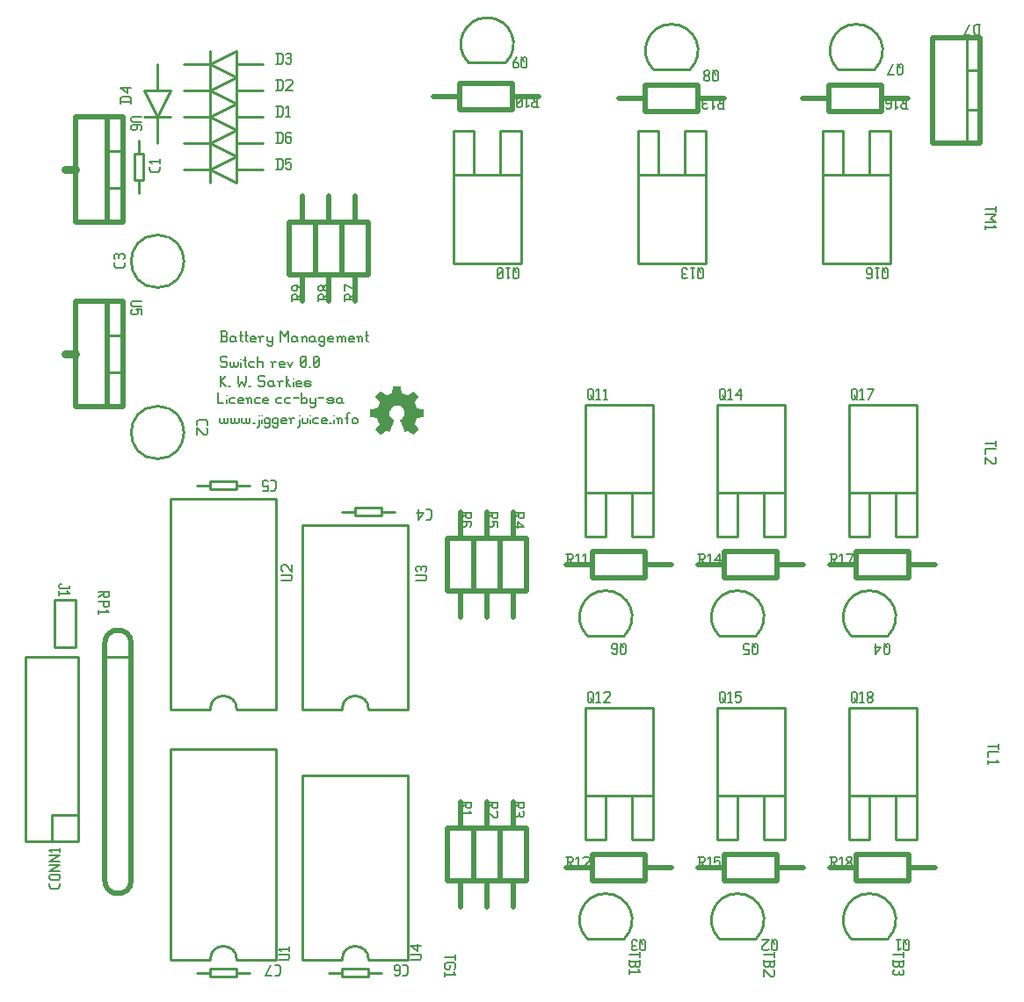
<source format=gto>
G04 start of page 8 for group -4079 idx -4079 *
G04 Title: (unknown), topsilk *
G04 Creator: pcb 20110918 *
G04 CreationDate: Wed 30 Apr 2014 02:45:54 GMT UTC *
G04 For: ksarkies *
G04 Format: Gerber/RS-274X *
G04 PCB-Dimensions: 390000 390000 *
G04 PCB-Coordinate-Origin: lower left *
%MOIN*%
%FSLAX25Y25*%
%LNTOPSILK*%
%ADD113C,0.0300*%
%ADD112C,0.0100*%
%ADD111C,0.0200*%
%ADD110C,0.0060*%
%ADD109C,0.0001*%
G54D109*G36*
X139547Y247604D02*X142124D01*
X142207Y247572D01*
X142254Y247496D01*
X142303Y247257D01*
X142347Y247035D01*
X142738Y244903D01*
X142785Y244815D01*
X142868Y244757D01*
X142971Y244713D01*
X143761Y244442D01*
X144511Y244084D01*
X144517D01*
X144604Y244046D01*
X144701Y244032D01*
X144799Y244063D01*
X146572Y245282D01*
X146763Y245407D01*
X146964Y245543D01*
X147050Y245568D01*
X147132Y245532D01*
X147463Y245202D01*
X147967Y244702D01*
X148125Y244539D01*
X148624Y244041D01*
X148786Y243884D01*
X148954Y243710D01*
X148993Y243625D01*
X148971Y243536D01*
X148835Y243335D01*
X148706Y243145D01*
X147517Y241409D01*
X147485Y241317D01*
X147500Y241220D01*
X147545Y241121D01*
X148228Y239515D01*
X148265Y239424D01*
X148328Y239346D01*
X148418Y239299D01*
X150457Y238918D01*
X150681Y238875D01*
X150924Y238832D01*
X150999Y238785D01*
X151028Y238702D01*
Y236125D01*
X150999Y236036D01*
X150924Y235989D01*
X150681Y235946D01*
X150457Y235903D01*
X148478Y235534D01*
X148390Y235486D01*
X148336Y235403D01*
X148308Y235343D01*
Y235332D01*
X147593Y233559D01*
X147588Y233547D01*
X147571Y233504D01*
X147554Y233403D01*
X147582Y233309D01*
X148711Y231677D01*
X148835Y231486D01*
X148976Y231285D01*
X148995Y231199D01*
X148954Y231117D01*
X148786Y230938D01*
X148624Y230781D01*
X147306Y229463D01*
X147132Y229295D01*
X147050Y229254D01*
X146964Y229272D01*
X146763Y229414D01*
X146572Y229538D01*
X144978Y230635D01*
X144879Y230664D01*
X144782Y230645D01*
X144451Y230461D01*
X144257Y230352D01*
X143910Y230174D01*
X143825Y230168D01*
X143763Y230228D01*
X143617Y230585D01*
X143529Y230792D01*
X142146Y234150D01*
X142058Y234356D01*
X141961Y234589D01*
X141957Y234684D01*
X142010Y234757D01*
X142233Y234888D01*
X142374Y234996D01*
X142910Y235442D01*
X143325Y236006D01*
X143592Y236665D01*
X143686Y237395D01*
X143628Y237970D01*
X143463Y238504D01*
X143200Y238989D01*
X142851Y239411D01*
X142431Y239760D01*
X141947Y240024D01*
X141413Y240189D01*
X140839Y240247D01*
X140264Y240189D01*
X139729Y240024D01*
X139246Y239760D01*
X138824Y239411D01*
X138476Y238989D01*
X138214Y238504D01*
X138049Y237970D01*
X137990Y237395D01*
X138083Y236665D01*
X138350Y236006D01*
X138764Y235442D01*
X139303Y234996D01*
X139439Y234888D01*
X139661Y234757D01*
X139715Y234684D01*
X139710Y234589D01*
X139613Y234356D01*
X139525Y234150D01*
X138142Y230792D01*
X138056Y230585D01*
X137908Y230228D01*
X137847Y230168D01*
X137763Y230174D01*
X137421Y230352D01*
X137220Y230461D01*
X136889Y230645D01*
X136790Y230664D01*
X136693Y230635D01*
X135099Y229538D01*
X134914Y229414D01*
X134708Y229272D01*
X134621Y229254D01*
X134539Y229295D01*
X134365Y229463D01*
X134208Y229625D01*
X133710Y230124D01*
X133547Y230282D01*
X133047Y230781D01*
X132885Y230938D01*
X132717Y231117D01*
X132678Y231199D01*
X132700Y231285D01*
X132836Y231486D01*
X132967Y231677D01*
X134089Y233309D01*
X134117Y233403D01*
X134100Y233504D01*
X134078Y233564D01*
X133368Y235338D01*
X133335Y235403D01*
X133281Y235486D01*
X133195Y235534D01*
X131214Y235903D01*
X130992Y235946D01*
X130753Y235989D01*
X130674Y236039D01*
X130645Y236125D01*
Y238702D01*
X130674Y238785D01*
X130753Y238832D01*
X130992Y238881D01*
X131214Y238918D01*
X133254Y239299D01*
X133343Y239346D01*
X133406Y239429D01*
X133443Y239515D01*
X134132Y241121D01*
X134171Y241220D01*
X134188Y241317D01*
X134160Y241409D01*
X132967Y243150D01*
X132836Y243335D01*
X132700Y243536D01*
X132678Y243625D01*
X132717Y243710D01*
X132885Y243884D01*
X133047Y244041D01*
X134539Y245532D01*
X134621Y245568D01*
X134708Y245549D01*
X134914Y245413D01*
X135099Y245282D01*
X136872Y244063D01*
X136970Y244034D01*
X137068Y244052D01*
X137154Y244084D01*
X137165Y244089D01*
X137911Y244443D01*
X138701Y244718D01*
X138804Y244757D01*
X138888Y244815D01*
X138933Y244903D01*
X139331Y247035D01*
X139368Y247257D01*
X139417Y247496D01*
X139464Y247572D01*
X139547Y247604D01*
G37*
G54D110*X73810Y264370D02*X75810D01*
X76310Y264870D01*
Y266070D02*Y264870D01*
X75810Y266570D02*X76310Y266070D01*
X74310Y266570D02*X75810D01*
X74310Y268370D02*Y264370D01*
X73810Y268370D02*X75810D01*
X76310Y267870D01*
Y267070D01*
X75810Y266570D02*X76310Y267070D01*
X79010Y266370D02*X79510Y265870D01*
X78010Y266370D02*X79010D01*
X77510Y265870D02*X78010Y266370D01*
X77510Y265870D02*Y264870D01*
X78010Y264370D01*
X79510Y266370D02*Y264870D01*
X80010Y264370D01*
X78010D02*X79010D01*
X79510Y264870D01*
X81710Y268370D02*Y264870D01*
X82210Y264370D01*
X81210Y266870D02*X82210D01*
X83710Y268370D02*Y264870D01*
X84210Y264370D01*
X83210Y266870D02*X84210D01*
X85710Y264370D02*X87210D01*
X85210Y264870D02*X85710Y264370D01*
X85210Y265870D02*Y264870D01*
Y265870D02*X85710Y266370D01*
X86710D01*
X87210Y265870D01*
X85210Y265370D02*X87210D01*
Y265870D02*Y265370D01*
X88910Y265870D02*Y264370D01*
Y265870D02*X89410Y266370D01*
X90410D01*
X88410D02*X88910Y265870D01*
X91610Y266370D02*Y264870D01*
X92110Y264370D01*
X93610Y266370D02*Y263370D01*
X93110Y262870D02*X93610Y263370D01*
X92110Y262870D02*X93110D01*
X91610Y263370D02*X92110Y262870D01*
Y264370D02*X93110D01*
X93610Y264870D01*
X96610Y268370D02*Y264370D01*
Y268370D02*X98110Y266370D01*
X99610Y268370D01*
Y264370D01*
X102310Y266370D02*X102810Y265870D01*
X101310Y266370D02*X102310D01*
X100810Y265870D02*X101310Y266370D01*
X100810Y265870D02*Y264870D01*
X101310Y264370D01*
X102810Y266370D02*Y264870D01*
X103310Y264370D01*
X101310D02*X102310D01*
X102810Y264870D01*
X105010Y265870D02*Y264370D01*
Y265870D02*X105510Y266370D01*
X106010D01*
X106510Y265870D01*
Y264370D01*
X104510Y266370D02*X105010Y265870D01*
X109210Y266370D02*X109710Y265870D01*
X108210Y266370D02*X109210D01*
X107710Y265870D02*X108210Y266370D01*
X107710Y265870D02*Y264870D01*
X108210Y264370D01*
X109710Y266370D02*Y264870D01*
X110210Y264370D01*
X108210D02*X109210D01*
X109710Y264870D01*
X112910Y266370D02*X113410Y265870D01*
X111910Y266370D02*X112910D01*
X111410Y265870D02*X111910Y266370D01*
X111410Y265870D02*Y264870D01*
X111910Y264370D01*
X112910D01*
X113410Y264870D01*
X111410Y263370D02*X111910Y262870D01*
X112910D01*
X113410Y263370D01*
Y266370D02*Y263370D01*
X115110Y264370D02*X116610D01*
X114610Y264870D02*X115110Y264370D01*
X114610Y265870D02*Y264870D01*
Y265870D02*X115110Y266370D01*
X116110D01*
X116610Y265870D01*
X114610Y265370D02*X116610D01*
Y265870D02*Y265370D01*
X118310Y265870D02*Y264370D01*
Y265870D02*X118810Y266370D01*
X119310D01*
X119810Y265870D01*
Y264370D01*
Y265870D02*X120310Y266370D01*
X120810D01*
X121310Y265870D01*
Y264370D01*
X117810Y266370D02*X118310Y265870D01*
X123010Y264370D02*X124510D01*
X122510Y264870D02*X123010Y264370D01*
X122510Y265870D02*Y264870D01*
Y265870D02*X123010Y266370D01*
X124010D01*
X124510Y265870D01*
X122510Y265370D02*X124510D01*
Y265870D02*Y265370D01*
X126210Y265870D02*Y264370D01*
Y265870D02*X126710Y266370D01*
X127210D01*
X127710Y265870D01*
Y264370D01*
X125710Y266370D02*X126210Y265870D01*
X129410Y268370D02*Y264870D01*
X129910Y264370D01*
X128910Y266870D02*X129910D01*
X75820Y258970D02*X76320Y258470D01*
X74320Y258970D02*X75820D01*
X73820Y258470D02*X74320Y258970D01*
X73820Y258470D02*Y257470D01*
X74320Y256970D01*
X75820D01*
X76320Y256470D01*
Y255470D01*
X75820Y254970D02*X76320Y255470D01*
X74320Y254970D02*X75820D01*
X73820Y255470D02*X74320Y254970D01*
X77520Y256970D02*Y255470D01*
X78020Y254970D01*
X78520D01*
X79020Y255470D01*
Y256970D02*Y255470D01*
X79520Y254970D01*
X80020D01*
X80520Y255470D01*
Y256970D02*Y255470D01*
X81720Y257970D02*Y257870D01*
Y256470D02*Y254970D01*
X83220Y258970D02*Y255470D01*
X83720Y254970D01*
X82720Y257470D02*X83720D01*
X85220Y256970D02*X86720D01*
X84720Y256470D02*X85220Y256970D01*
X84720Y256470D02*Y255470D01*
X85220Y254970D01*
X86720D01*
X87920Y258970D02*Y254970D01*
Y256470D02*X88420Y256970D01*
X89420D01*
X89920Y256470D01*
Y254970D01*
X93420Y256470D02*Y254970D01*
Y256470D02*X93920Y256970D01*
X94920D01*
X92920D02*X93420Y256470D01*
X96620Y254970D02*X98120D01*
X96120Y255470D02*X96620Y254970D01*
X96120Y256470D02*Y255470D01*
Y256470D02*X96620Y256970D01*
X97620D01*
X98120Y256470D01*
X96120Y255970D02*X98120D01*
Y256470D02*Y255970D01*
X99320Y256970D02*X100320Y254970D01*
X101320Y256970D02*X100320Y254970D01*
X104320Y255470D02*X104820Y254970D01*
X104320Y258470D02*Y255470D01*
Y258470D02*X104820Y258970D01*
X105820D01*
X106320Y258470D01*
Y255470D01*
X105820Y254970D02*X106320Y255470D01*
X104820Y254970D02*X105820D01*
X104320Y255970D02*X106320Y257970D01*
X107520Y254970D02*X108020D01*
X109220Y255470D02*X109720Y254970D01*
X109220Y258470D02*Y255470D01*
Y258470D02*X109720Y258970D01*
X110720D01*
X111220Y258470D01*
Y255470D01*
X110720Y254970D02*X111220Y255470D01*
X109720Y254970D02*X110720D01*
X109220Y255970D02*X111220Y257970D01*
X73820Y251600D02*Y247600D01*
Y249600D02*X75820Y251600D01*
X73820Y249600D02*X75820Y247600D01*
X77020D02*X77520D01*
X80520Y251600D02*Y249600D01*
X81020Y247600D01*
X82020Y249600D01*
X83020Y247600D01*
X83520Y249600D01*
Y251600D02*Y249600D01*
X84720Y247600D02*X85220D01*
X90220Y251600D02*X90720Y251100D01*
X88720Y251600D02*X90220D01*
X88220Y251100D02*X88720Y251600D01*
X88220Y251100D02*Y250100D01*
X88720Y249600D01*
X90220D01*
X90720Y249100D01*
Y248100D01*
X90220Y247600D02*X90720Y248100D01*
X88720Y247600D02*X90220D01*
X88220Y248100D02*X88720Y247600D01*
X93420Y249600D02*X93920Y249100D01*
X92420Y249600D02*X93420D01*
X91920Y249100D02*X92420Y249600D01*
X91920Y249100D02*Y248100D01*
X92420Y247600D01*
X93920Y249600D02*Y248100D01*
X94420Y247600D01*
X92420D02*X93420D01*
X93920Y248100D01*
X96120Y249100D02*Y247600D01*
Y249100D02*X96620Y249600D01*
X97620D01*
X95620D02*X96120Y249100D01*
X98820Y251600D02*Y247600D01*
Y249100D02*X100320Y247600D01*
X98820Y249100D02*X99820Y250100D01*
X101520Y250600D02*Y250500D01*
Y249100D02*Y247600D01*
X103020D02*X104520D01*
X102520Y248100D02*X103020Y247600D01*
X102520Y249100D02*Y248100D01*
Y249100D02*X103020Y249600D01*
X104020D01*
X104520Y249100D01*
X102520Y248600D02*X104520D01*
Y249100D02*Y248600D01*
X106220Y247600D02*X107720D01*
X108220Y248100D01*
X107720Y248600D02*X108220Y248100D01*
X106220Y248600D02*X107720D01*
X105720Y249100D02*X106220Y248600D01*
X105720Y249100D02*X106220Y249600D01*
X107720D01*
X108220Y249100D01*
X105720Y248100D02*X106220Y247600D01*
X73080Y245140D02*Y241140D01*
X75080D01*
X76280Y244140D02*Y244040D01*
Y242640D02*Y241140D01*
X77780Y243140D02*X79280D01*
X77280Y242640D02*X77780Y243140D01*
X77280Y242640D02*Y241640D01*
X77780Y241140D01*
X79280D01*
X80980D02*X82480D01*
X80480Y241640D02*X80980Y241140D01*
X80480Y242640D02*Y241640D01*
Y242640D02*X80980Y243140D01*
X81980D01*
X82480Y242640D01*
X80480Y242140D02*X82480D01*
Y242640D02*Y242140D01*
X84180Y242640D02*Y241140D01*
Y242640D02*X84680Y243140D01*
X85180D01*
X85680Y242640D01*
Y241140D01*
X83680Y243140D02*X84180Y242640D01*
X87380Y243140D02*X88880D01*
X86880Y242640D02*X87380Y243140D01*
X86880Y242640D02*Y241640D01*
X87380Y241140D01*
X88880D01*
X90580D02*X92080D01*
X90080Y241640D02*X90580Y241140D01*
X90080Y242640D02*Y241640D01*
Y242640D02*X90580Y243140D01*
X91580D01*
X92080Y242640D01*
X90080Y242140D02*X92080D01*
Y242640D02*Y242140D01*
X95580Y243140D02*X97080D01*
X95080Y242640D02*X95580Y243140D01*
X95080Y242640D02*Y241640D01*
X95580Y241140D01*
X97080D01*
X98780Y243140D02*X100280D01*
X98280Y242640D02*X98780Y243140D01*
X98280Y242640D02*Y241640D01*
X98780Y241140D01*
X100280D01*
X101480Y243140D02*X103480D01*
X104680Y245140D02*Y241140D01*
Y241640D02*X105180Y241140D01*
X106180D01*
X106680Y241640D01*
Y242640D02*Y241640D01*
X106180Y243140D02*X106680Y242640D01*
X105180Y243140D02*X106180D01*
X104680Y242640D02*X105180Y243140D01*
X107880D02*Y241640D01*
X108380Y241140D01*
X109880Y243140D02*Y240140D01*
X109380Y239640D02*X109880Y240140D01*
X108380Y239640D02*X109380D01*
X107880Y240140D02*X108380Y239640D01*
Y241140D02*X109380D01*
X109880Y241640D01*
X111080Y243140D02*X113080D01*
X114780Y241140D02*X116280D01*
X116780Y241640D01*
X116280Y242140D02*X116780Y241640D01*
X114780Y242140D02*X116280D01*
X114280Y242640D02*X114780Y242140D01*
X114280Y242640D02*X114780Y243140D01*
X116280D01*
X116780Y242640D01*
X114280Y241640D02*X114780Y241140D01*
X119480Y243140D02*X119980Y242640D01*
X118480Y243140D02*X119480D01*
X117980Y242640D02*X118480Y243140D01*
X117980Y242640D02*Y241640D01*
X118480Y241140D01*
X119980Y243140D02*Y241640D01*
X120480Y241140D01*
X118480D02*X119480D01*
X119980Y241640D01*
X73670Y235490D02*Y233990D01*
X74170Y233490D01*
X74670D01*
X75170Y233990D01*
Y235490D02*Y233990D01*
X75670Y233490D01*
X76170D01*
X76670Y233990D01*
Y235490D02*Y233990D01*
X77870Y235490D02*Y233990D01*
X78370Y233490D01*
X78870D01*
X79370Y233990D01*
Y235490D02*Y233990D01*
X79870Y233490D01*
X80370D01*
X80870Y233990D01*
Y235490D02*Y233990D01*
X82070Y235490D02*Y233990D01*
X82570Y233490D01*
X83070D01*
X83570Y233990D01*
Y235490D02*Y233990D01*
X84070Y233490D01*
X84570D01*
X85070Y233990D01*
Y235490D02*Y233990D01*
X86270Y233490D02*X86770D01*
X88470Y236490D02*Y236390D01*
Y234990D02*Y232490D01*
X87970Y231990D02*X88470Y232490D01*
X89470Y236490D02*Y236390D01*
Y234990D02*Y233490D01*
X91970Y235490D02*X92470Y234990D01*
X90970Y235490D02*X91970D01*
X90470Y234990D02*X90970Y235490D01*
X90470Y234990D02*Y233990D01*
X90970Y233490D01*
X91970D01*
X92470Y233990D01*
X90470Y232490D02*X90970Y231990D01*
X91970D01*
X92470Y232490D01*
Y235490D02*Y232490D01*
X95170Y235490D02*X95670Y234990D01*
X94170Y235490D02*X95170D01*
X93670Y234990D02*X94170Y235490D01*
X93670Y234990D02*Y233990D01*
X94170Y233490D01*
X95170D01*
X95670Y233990D01*
X93670Y232490D02*X94170Y231990D01*
X95170D01*
X95670Y232490D01*
Y235490D02*Y232490D01*
X97370Y233490D02*X98870D01*
X96870Y233990D02*X97370Y233490D01*
X96870Y234990D02*Y233990D01*
Y234990D02*X97370Y235490D01*
X98370D01*
X98870Y234990D01*
X96870Y234490D02*X98870D01*
Y234990D02*Y234490D01*
X100570Y234990D02*Y233490D01*
Y234990D02*X101070Y235490D01*
X102070D01*
X100070D02*X100570Y234990D01*
X103770Y236490D02*Y236390D01*
Y234990D02*Y232490D01*
X103270Y231990D02*X103770Y232490D01*
X104770Y235490D02*Y233990D01*
X105270Y233490D01*
X106270D01*
X106770Y233990D01*
Y235490D02*Y233990D01*
X107970Y236490D02*Y236390D01*
Y234990D02*Y233490D01*
X109470Y235490D02*X110970D01*
X108970Y234990D02*X109470Y235490D01*
X108970Y234990D02*Y233990D01*
X109470Y233490D01*
X110970D01*
X112670D02*X114170D01*
X112170Y233990D02*X112670Y233490D01*
X112170Y234990D02*Y233990D01*
Y234990D02*X112670Y235490D01*
X113670D01*
X114170Y234990D01*
X112170Y234490D02*X114170D01*
Y234990D02*Y234490D01*
X115370Y233490D02*X115870D01*
X117070Y236490D02*Y236390D01*
Y234990D02*Y233490D01*
X118570Y234990D02*Y233490D01*
Y234990D02*X119070Y235490D01*
X119570D01*
X120070Y234990D01*
Y233490D01*
X118070Y235490D02*X118570Y234990D01*
X121770Y236990D02*Y233490D01*
Y236990D02*X122270Y237490D01*
X122770D01*
X121270Y235490D02*X122270D01*
X123770Y234990D02*Y233990D01*
Y234990D02*X124270Y235490D01*
X125270D01*
X125770Y234990D01*
Y233990D01*
X125270Y233490D02*X125770Y233990D01*
X124270Y233490D02*X125270D01*
X123770Y233990D02*X124270Y233490D01*
G54D111*X344000Y380000D02*X362000D01*
X344000D02*Y340000D01*
X362000D01*
Y380000D02*Y340000D01*
G54D112*X357000Y380000D02*Y340000D01*
Y367500D02*X362000D01*
X357000Y352500D02*X362000D01*
X313000Y153000D02*X327000D01*
X327071Y152929D02*G75*G03X312929Y152929I-7071J7071D01*G01*
X312200Y207200D02*X337800D01*
X329922D02*Y190472D01*
X337800D01*
Y207200D03*
X312200Y190472D02*X320079D01*
Y207200D01*
X312200Y190472D02*Y240670D01*
X337800Y190472D02*Y240670D01*
D03*
X312200D02*X337800D01*
X302200Y327800D02*X327800D01*
X310078Y344528D02*Y327800D01*
X302200Y344528D02*X310078D01*
X302200Y327800D03*
X319921Y344528D02*X327800D01*
X319921D02*Y327800D01*
X327800Y344528D02*Y294330D01*
X302200Y344528D02*Y294330D01*
D03*
X327800D01*
G54D111*X315000Y185000D02*X335000D01*
Y175000D01*
X315000D02*X335000D01*
X315000Y185000D02*Y175000D01*
X305000Y180000D02*X315000D01*
X335000D02*X345000D01*
X304500Y352000D02*X324500D01*
X304500Y362000D02*Y352000D01*
Y362000D02*X324500D01*
Y352000D01*
Y357000D02*X334500D01*
X294500D02*X304500D01*
G54D112*X168000Y370500D02*X182000D01*
X182071Y370429D02*G75*G03X167929Y370429I-7071J7071D01*G01*
X238000Y368000D02*X252000D01*
X252071Y367929D02*G75*G03X237929Y367929I-7071J7071D01*G01*
X308000Y368000D02*X322000D01*
X322071Y367929D02*G75*G03X307929Y367929I-7071J7071D01*G01*
X263000Y153000D02*X277000D01*
X277071Y152929D02*G75*G03X262929Y152929I-7071J7071D01*G01*
X262200Y207200D02*X287800D01*
X279922D02*Y190472D01*
X287800D01*
Y207200D03*
X262200Y190472D02*X270079D01*
Y207200D01*
X262200Y190472D02*Y240670D01*
X287800Y190472D02*Y240670D01*
D03*
X262200D02*X287800D01*
X212200Y207200D02*X237800D01*
X229922D02*Y190472D01*
X237800D01*
Y207200D03*
X212200Y190472D02*X220079D01*
Y207200D01*
X212200Y190472D02*Y240670D01*
X237800Y190472D02*Y240670D01*
D03*
X212200D02*X237800D01*
G54D111*X265000Y185000D02*X285000D01*
Y175000D01*
X265000D02*X285000D01*
X265000Y185000D02*Y175000D01*
X255000Y180000D02*X265000D01*
X285000D02*X295000D01*
X215000Y185000D02*X235000D01*
Y175000D01*
X215000D02*X235000D01*
X215000Y185000D02*Y175000D01*
X205000Y180000D02*X215000D01*
X235000D02*X245000D01*
X190000Y190000D02*Y170000D01*
X180000D02*X190000D01*
X180000Y190000D02*Y170000D01*
Y190000D02*X190000D01*
X185000Y200000D02*Y190000D01*
Y170000D02*Y160000D01*
X180000Y190000D02*Y170000D01*
X170000D02*X180000D01*
X170000Y190000D02*Y170000D01*
Y190000D02*X180000D01*
X175000Y200000D02*Y190000D01*
Y170000D02*Y160000D01*
X170000Y190000D02*Y170000D01*
X160000D02*X170000D01*
X160000Y190000D02*Y170000D01*
Y190000D02*X170000D01*
X165000Y200000D02*Y190000D01*
Y170000D02*Y160000D01*
G54D112*X135000Y200000D02*X140000D01*
X120000D02*X125000D01*
Y198400D02*X135000D01*
X125000Y201600D02*Y198400D01*
Y201600D02*X135000D01*
Y198400D01*
X232200Y327800D02*X257800D01*
X240078Y344528D02*Y327800D01*
X232200Y344528D02*X240078D01*
X232200Y327800D03*
X249921Y344528D02*X257800D01*
X249921D02*Y327800D01*
X257800Y344528D02*Y294330D01*
X232200Y344528D02*Y294330D01*
D03*
X257800D01*
X162200Y327800D02*X187800D01*
X170078Y344528D02*Y327800D01*
X162200Y344528D02*X170078D01*
X162200Y327800D03*
X179921Y344528D02*X187800D01*
X179921D02*Y327800D01*
X187800Y344528D02*Y294330D01*
X162200Y344528D02*Y294330D01*
D03*
X187800D01*
G54D111*X164500Y352500D02*X184500D01*
X164500Y362500D02*Y352500D01*
Y362500D02*X184500D01*
Y352500D01*
Y357500D02*X194500D01*
X154500D02*X164500D01*
X235000Y352000D02*X255000D01*
X235000Y362000D02*Y352000D01*
Y362000D02*X255000D01*
Y352000D01*
Y357000D02*X265000D01*
X225000D02*X235000D01*
G54D112*X60000Y360000D02*X70000D01*
X80000D02*X90000D01*
X70000D02*X80000Y365000D01*
Y355000D01*
X70000Y360000D01*
Y365000D02*Y355000D01*
X60000Y370000D02*X70000D01*
X80000D02*X90000D01*
X70000D02*X80000Y375000D01*
Y365000D01*
X70000Y370000D01*
Y375000D02*Y365000D01*
X60000Y350000D02*X70000D01*
X80000D02*X90000D01*
X70000D02*X80000Y355000D01*
Y345000D01*
X70000Y350000D01*
Y355000D02*Y345000D01*
X60000Y330000D02*X70000D01*
X80000D02*X90000D01*
X70000D02*X80000Y335000D01*
Y325000D01*
X70000Y330000D01*
Y335000D02*Y325000D01*
X60000Y340000D02*X70000D01*
X80000D02*X90000D01*
X70000D02*X80000Y345000D01*
Y335000D01*
X70000Y340000D01*
Y345000D02*Y335000D01*
X50000Y350000D02*Y340000D01*
Y370000D02*Y360000D01*
Y350000D02*X45000Y360000D01*
X55000D01*
X50000Y350000D01*
X45000D02*X55000D01*
X43000Y326000D02*Y321000D01*
Y341000D02*Y336000D01*
X41400D02*Y326000D01*
Y336000D02*X44600D01*
Y326000D01*
X41400D02*X44600D01*
X50000Y240000D02*G75*G03X50000Y240000I0J-10000D01*G01*
Y285000D02*G75*G03X50000Y285000I0J10000D01*G01*
G54D111*X100000Y310000D02*Y290000D01*
Y310000D02*X110000D01*
Y290000D01*
X100000D02*X110000D01*
X105000D02*Y280000D01*
Y320000D02*Y310000D01*
X110000D02*Y290000D01*
Y310000D02*X120000D01*
Y290000D01*
X110000D02*X120000D01*
X115000D02*Y280000D01*
Y320000D02*Y310000D01*
X120000D02*Y290000D01*
Y310000D02*X130000D01*
Y290000D01*
X120000D02*X130000D01*
X125000D02*Y280000D01*
Y320000D02*Y310000D01*
X37000Y280000D02*Y240000D01*
X19000D02*X37000D01*
X19000Y280000D02*Y240000D01*
Y280000D02*X37000D01*
Y240000D01*
X31000D02*X37000D01*
X31000Y280000D02*Y240000D01*
Y280000D02*X37000D01*
G54D112*X31000Y267000D02*X37000D01*
X31000Y253000D02*X37000D01*
G54D113*X15000Y260000D02*X19000D01*
G54D111*X37000Y350000D02*Y310000D01*
X19000D02*X37000D01*
X19000Y350000D02*Y310000D01*
Y350000D02*X37000D01*
Y310000D01*
X31000D02*X37000D01*
X31000Y350000D02*Y310000D01*
Y350000D02*X37000D01*
G54D112*X31000Y337000D02*X37000D01*
X31000Y323000D02*X37000D01*
G54D113*X15000Y330000D02*X19000D01*
G54D112*X80000Y210000D02*X85000D01*
X65000D02*X70000D01*
Y208400D02*X80000D01*
X70000Y211600D02*Y208400D01*
Y211600D02*X80000D01*
Y208400D01*
G54D111*X30000Y150000D02*Y60000D01*
X40000Y150000D02*Y60000D01*
G54D112*X30000Y145000D02*X40000D01*
G54D111*Y150000D02*G75*G03X30000Y150000I-5000J0D01*G01*
Y60000D02*G75*G03X40000Y60000I5000J0D01*G01*
G54D112*X20000Y145000D02*Y75000D01*
X0Y145000D02*X20000D01*
X0D02*Y75000D01*
X20000D01*
X10000Y85000D02*X20000D01*
X10000D02*Y75000D01*
X11000Y166500D02*X19000D01*
X11000D02*Y148500D01*
X19000D01*
Y166500D02*Y148500D01*
X95000Y110000D02*Y30000D01*
X55000Y110000D02*X95000D01*
X55000D02*Y30000D01*
X80000D02*X95000D01*
X55000D02*X70000D01*
X80000D02*G75*G03X70000Y30000I-5000J0D01*G01*
X95000Y205000D02*Y125000D01*
X55000Y205000D02*X95000D01*
X55000D02*Y125000D01*
X80000D02*X95000D01*
X55000D02*X70000D01*
X80000D02*G75*G03X70000Y125000I-5000J0D01*G01*
X80000Y25000D02*X85000D01*
X65000D02*X70000D01*
Y23400D02*X80000D01*
X70000Y26600D02*Y23400D01*
Y26600D02*X80000D01*
Y23400D01*
X313000Y38000D02*X327000D01*
X327071Y37929D02*G75*G03X312929Y37929I-7071J7071D01*G01*
X312200Y92200D02*X337800D01*
X329922D02*Y75472D01*
X337800D01*
Y92200D03*
X312200Y75472D02*X320079D01*
Y92200D01*
X312200Y75472D02*Y125670D01*
X337800Y75472D02*Y125670D01*
D03*
X312200D02*X337800D01*
G54D111*X315000Y70000D02*X335000D01*
Y60000D01*
X315000D02*X335000D01*
X315000Y70000D02*Y60000D01*
X305000Y65000D02*X315000D01*
X335000D02*X345000D01*
G54D112*X263000Y38000D02*X277000D01*
X277071Y37929D02*G75*G03X262929Y37929I-7071J7071D01*G01*
X262200Y92200D02*X287800D01*
X279922D02*Y75472D01*
X287800D01*
Y92200D03*
X262200Y75472D02*X270079D01*
Y92200D01*
X262200Y75472D02*Y125670D01*
X287800Y75472D02*Y125670D01*
D03*
X262200D02*X287800D01*
X212200Y92200D02*X237800D01*
X229922D02*Y75472D01*
X237800D01*
Y92200D03*
X212200Y75472D02*X220079D01*
Y92200D01*
X212200Y75472D02*Y125670D01*
X237800Y75472D02*Y125670D01*
D03*
X212200D02*X237800D01*
G54D111*X215000Y70000D02*X235000D01*
Y60000D01*
X215000D02*X235000D01*
X215000Y70000D02*Y60000D01*
X205000Y65000D02*X215000D01*
X235000D02*X245000D01*
X265000Y70000D02*X285000D01*
Y60000D01*
X265000D02*X285000D01*
X265000Y70000D02*Y60000D01*
X255000Y65000D02*X265000D01*
X285000D02*X295000D01*
G54D112*X213000Y153000D02*X227000D01*
X227071Y152929D02*G75*G03X212929Y152929I-7071J7071D01*G01*
X213000Y38000D02*X227000D01*
X227071Y37929D02*G75*G03X212929Y37929I-7071J7071D01*G01*
G54D111*X180000Y80000D02*Y60000D01*
X170000D02*X180000D01*
X170000Y80000D02*Y60000D01*
Y80000D02*X180000D01*
X175000Y90000D02*Y80000D01*
Y60000D02*Y50000D01*
X190000Y80000D02*Y60000D01*
X180000D02*X190000D01*
X180000Y80000D02*Y60000D01*
Y80000D02*X190000D01*
X185000Y90000D02*Y80000D01*
Y60000D02*Y50000D01*
G54D112*X145000Y100000D02*Y30000D01*
X105000Y100000D02*X145000D01*
X105000D02*Y30000D01*
X130000D02*X145000D01*
X105000D02*X120000D01*
X130000D02*G75*G03X120000Y30000I-5000J0D01*G01*
X145000Y195000D02*Y125000D01*
X105000Y195000D02*X145000D01*
X105000D02*Y125000D01*
X130000D02*X145000D01*
X105000D02*X120000D01*
X130000D02*G75*G03X120000Y125000I-5000J0D01*G01*
G54D111*X170000Y80000D02*Y60000D01*
X160000D02*X170000D01*
X160000Y80000D02*Y60000D01*
Y80000D02*X170000D01*
X165000Y90000D02*Y80000D01*
Y60000D02*Y50000D01*
G54D112*X130000Y25000D02*X135000D01*
X115000D02*X120000D01*
Y23400D02*X130000D01*
X120000Y26600D02*Y23400D01*
Y26600D02*X130000D01*
Y23400D01*
G54D110*X31500Y170000D02*Y168000D01*
X31000Y167500D01*
X30000D02*X31000D01*
X29500Y168000D02*X30000Y167500D01*
X29500Y169500D02*Y168000D01*
X27500Y169500D02*X31500D01*
X29500Y168700D02*X27500Y167500D01*
Y165800D02*X31500D01*
Y166300D02*Y164300D01*
X31000Y163800D01*
X30000D02*X31000D01*
X29500Y164300D02*X30000Y163800D01*
X29500Y165800D02*Y164300D01*
X30700Y162600D02*X31500Y161800D01*
X27500D02*X31500D01*
X27500Y162600D02*Y161100D01*
X13000Y59000D02*Y57700D01*
X12300Y57000D02*X13000Y57700D01*
X9700Y57000D02*X12300D01*
X9700D02*X9000Y57700D01*
Y59000D02*Y57700D01*
X9500Y60200D02*X12500D01*
X9500D02*X9000Y60700D01*
Y61700D02*Y60700D01*
Y61700D02*X9500Y62200D01*
X12500D01*
X13000Y61700D02*X12500Y62200D01*
X13000Y61700D02*Y60700D01*
X12500Y60200D02*X13000Y60700D01*
X9000Y63400D02*X13000D01*
X9000D02*X13000Y65900D01*
X9000D02*X13000D01*
X9000Y67100D02*X13000D01*
X9000D02*X13000Y69600D01*
X9000D02*X13000D01*
X9800Y70800D02*X9000Y71600D01*
X13000D01*
Y72300D02*Y70800D01*
X16500Y171800D02*Y171000D01*
X13000D02*X16500D01*
X12500Y171500D02*X13000Y171000D01*
X12500Y172000D02*Y171500D01*
X13000Y172500D02*X12500Y172000D01*
X13000Y172500D02*X13500D01*
X15700Y169800D02*X16500Y169000D01*
X12500D02*X16500D01*
X12500Y169800D02*Y168300D01*
X163000Y32000D02*Y30000D01*
X159000Y31000D02*X163000D01*
Y26800D02*X162500Y26300D01*
X163000Y28300D02*Y26800D01*
X162500Y28800D02*X163000Y28300D01*
X159500Y28800D02*X162500D01*
X159500D02*X159000Y28300D01*
Y26800D01*
X159500Y26300D01*
X160500D01*
X161000Y26800D02*X160500Y26300D01*
X161000Y27800D02*Y26800D01*
X162200Y25100D02*X163000Y24300D01*
X159000D02*X163000D01*
X159000Y25100D02*Y23600D01*
X179000Y90000D02*Y88000D01*
X178500Y87500D01*
X177500D02*X178500D01*
X177000Y88000D02*X177500Y87500D01*
X177000Y89500D02*Y88000D01*
X175000Y89500D02*X179000D01*
X177000Y88700D02*X175000Y87500D01*
X178500Y86300D02*X179000Y85800D01*
Y84300D01*
X178500Y83800D01*
X177500D02*X178500D01*
X175000Y86300D02*X177500Y83800D01*
X175000Y86300D02*Y83800D01*
X146000Y30000D02*X149500D01*
X150000Y30500D01*
Y31500D02*Y30500D01*
Y31500D02*X149500Y32000D01*
X146000D02*X149500D01*
X148500Y33200D02*X146000Y35200D01*
X148500Y35700D02*Y33200D01*
X146000Y35200D02*X150000D01*
X96000Y30000D02*X99500D01*
X100000Y30500D01*
Y31500D02*Y30500D01*
Y31500D02*X99500Y32000D01*
X96000D02*X99500D01*
X96800Y33200D02*X96000Y34000D01*
X100000D01*
Y34700D02*Y33200D01*
X169000Y90000D02*Y88000D01*
X168500Y87500D01*
X167500D02*X168500D01*
X167000Y88000D02*X167500Y87500D01*
X167000Y89500D02*Y88000D01*
X165000Y89500D02*X169000D01*
X167000Y88700D02*X165000Y87500D01*
X168200Y86300D02*X169000Y85500D01*
X165000D02*X169000D01*
X165000Y86300D02*Y84800D01*
X143000Y28000D02*X144300D01*
X145000Y27300D02*X144300Y28000D01*
X145000Y27300D02*Y24700D01*
X144300Y24000D01*
X143000D02*X144300D01*
X140300D02*X139800Y24500D01*
X140300Y24000D02*X141300D01*
X141800Y24500D02*X141300Y24000D01*
X141800Y27500D02*Y24500D01*
Y27500D02*X141300Y28000D01*
X140300Y25800D02*X139800Y26300D01*
X140300Y25800D02*X141800D01*
X140300Y28000D02*X141300D01*
X140300D02*X139800Y27500D01*
Y26300D01*
X95500Y344000D02*Y340000D01*
X96800Y344000D02*X97500Y343300D01*
Y340700D01*
X96800Y340000D02*X97500Y340700D01*
X95000Y340000D02*X96800D01*
X95000Y344000D02*X96800D01*
X100200D02*X100700Y343500D01*
X99200Y344000D02*X100200D01*
X98700Y343500D02*X99200Y344000D01*
X98700Y343500D02*Y340500D01*
X99200Y340000D01*
X100200Y342200D02*X100700Y341700D01*
X98700Y342200D02*X100200D01*
X99200Y340000D02*X100200D01*
X100700Y340500D01*
Y341700D02*Y340500D01*
X152000Y201000D02*X153300D01*
X154000Y200300D02*X153300Y201000D01*
X154000Y200300D02*Y197700D01*
X153300Y197000D01*
X152000D02*X153300D01*
X150800Y199500D02*X148800Y197000D01*
X148300Y199500D02*X150800D01*
X148800Y201000D02*Y197000D01*
X93000Y212000D02*X94300D01*
X95000Y211300D02*X94300Y212000D01*
X95000Y211300D02*Y208700D01*
X94300Y208000D01*
X93000D02*X94300D01*
X89800D02*X91800D01*
Y210000D02*Y208000D01*
Y210000D02*X91300Y209500D01*
X90300D02*X91300D01*
X90300D02*X89800Y210000D01*
Y211500D02*Y210000D01*
X90300Y212000D02*X89800Y211500D01*
X90300Y212000D02*X91300D01*
X91800Y211500D02*X91300Y212000D01*
X40500Y280000D02*X44000D01*
X40500D02*X40000Y279500D01*
Y278500D01*
X40500Y278000D01*
X44000D01*
Y276800D02*Y274800D01*
X42000Y276800D02*X44000D01*
X42000D02*X42500Y276300D01*
Y275300D01*
X42000Y274800D01*
X40500D02*X42000D01*
X40000Y275300D02*X40500Y274800D01*
X40000Y276300D02*Y275300D01*
X40500Y276800D02*X40000Y276300D01*
X40500Y350000D02*X44000D01*
X40500D02*X40000Y349500D01*
Y348500D01*
X40500Y348000D01*
X44000D01*
Y345300D02*X43500Y344800D01*
X44000Y346300D02*Y345300D01*
X43500Y346800D02*X44000Y346300D01*
X40500Y346800D02*X43500D01*
X40500D02*X40000Y346300D01*
X42200Y345300D02*X41700Y344800D01*
X42200Y346800D02*Y345300D01*
X40000Y346300D02*Y345300D01*
X40500Y344800D01*
X41700D01*
X51000Y331000D02*Y329700D01*
X50300Y329000D02*X51000Y329700D01*
X47700Y329000D02*X50300D01*
X47700D02*X47000Y329700D01*
Y331000D02*Y329700D01*
X47800Y332200D02*X47000Y333000D01*
X51000D01*
Y333700D02*Y332200D01*
X94500Y28000D02*X95800D01*
X96500Y27300D02*X95800Y28000D01*
X96500Y27300D02*Y24700D01*
X95800Y24000D01*
X94500D02*X95800D01*
X92800Y28000D02*X90800Y24000D01*
X93300D01*
X369000Y112000D02*Y110000D01*
X365000Y111000D02*X369000D01*
X365000Y108800D02*X369000D01*
X365000D02*Y106800D01*
X368200Y105600D02*X369000Y104800D01*
X365000D02*X369000D01*
X365000Y105600D02*Y104100D01*
X361500Y385000D02*Y381000D01*
X360200D02*X359500Y381700D01*
Y384300D02*Y381700D01*
X360200Y385000D02*X359500Y384300D01*
X360200Y385000D02*X362000D01*
X360200Y381000D02*X362000D01*
X357800Y385000D02*X355800Y381000D01*
X358300D01*
X368000Y316000D02*Y314000D01*
X364000Y315000D02*X368000D01*
X364000Y312800D02*X368000D01*
X366000Y311300D01*
X368000Y309800D01*
X364000D02*X368000D01*
X367200Y308600D02*X368000Y307800D01*
X364000D02*X368000D01*
X364000Y308600D02*Y307100D01*
X368000Y227000D02*Y225000D01*
X364000Y226000D02*X368000D01*
X364000Y223800D02*X368000D01*
X364000D02*Y221800D01*
X367500Y220600D02*X368000Y220100D01*
Y218600D01*
X367500Y218100D01*
X366500D02*X367500D01*
X364000Y220600D02*X366500Y218100D01*
X364000Y220600D02*Y218100D01*
X332500Y369500D02*Y366500D01*
X332000Y366000D01*
X331000D02*X332000D01*
X331000D02*X330500Y366500D01*
Y369000D02*Y366500D01*
X331500Y370000D02*X330500Y369000D01*
X331500Y370000D02*X332000D01*
X332500Y369500D02*X332000Y370000D01*
X331500Y368500D02*X330500Y370000D01*
X328800D02*X326800Y366000D01*
X329300D01*
X313189Y246059D02*Y243059D01*
Y246059D02*X313689Y246559D01*
X314689D01*
X315189Y246059D01*
Y243559D01*
X314189Y242559D02*X315189Y243559D01*
X313689Y242559D02*X314189D01*
X313189Y243059D02*X313689Y242559D01*
X314189Y244059D02*X315189Y242559D01*
X316389Y245759D02*X317189Y246559D01*
Y242559D01*
X316389D02*X317889D01*
X319589D02*X321589Y246559D01*
X319089D02*X321589D01*
X326811Y291941D02*Y288941D01*
X326311Y288441D01*
X325311D02*X326311D01*
X325311D02*X324811Y288941D01*
Y291441D02*Y288941D01*
X325811Y292441D02*X324811Y291441D01*
X325811Y292441D02*X326311D01*
X326811Y291941D02*X326311Y292441D01*
X325811Y290941D02*X324811Y292441D01*
X323611Y289241D02*X322811Y288441D01*
Y292441D02*Y288441D01*
X322111Y292441D02*X323611D01*
X319411Y288441D02*X318911Y288941D01*
X319411Y288441D02*X320411D01*
X320911Y288941D02*X320411Y288441D01*
X320911Y291941D02*Y288941D01*
Y291941D02*X320411Y292441D01*
X319411Y290241D02*X318911Y290741D01*
X319411Y290241D02*X320911D01*
X319411Y292441D02*X320411D01*
X319411D02*X318911Y291941D01*
Y290741D01*
X305000Y184000D02*X307000D01*
X307500Y183500D01*
Y182500D01*
X307000Y182000D02*X307500Y182500D01*
X305500Y182000D02*X307000D01*
X305500Y184000D02*Y180000D01*
X306300Y182000D02*X307500Y180000D01*
X308700Y183200D02*X309500Y184000D01*
Y180000D01*
X308700D02*X310200D01*
X311900D02*X313900Y184000D01*
X311400D02*X313900D01*
X332500Y353000D02*X334500D01*
X332500D02*X332000Y353500D01*
Y354500D02*Y353500D01*
X332500Y355000D02*X332000Y354500D01*
X332500Y355000D02*X334000D01*
Y357000D02*Y353000D01*
X333200Y355000D02*X332000Y357000D01*
X330800Y353800D02*X330000Y353000D01*
Y357000D02*Y353000D01*
X329300Y357000D02*X330800D01*
X326600Y353000D02*X326100Y353500D01*
X326600Y353000D02*X327600D01*
X328100Y353500D02*X327600Y353000D01*
X328100Y356500D02*Y353500D01*
Y356500D02*X327600Y357000D01*
X326600Y354800D02*X326100Y355300D01*
X326600Y354800D02*X328100D01*
X326600Y357000D02*X327600D01*
X326600D02*X326100Y356500D01*
Y355300D01*
X284000Y33000D02*Y31000D01*
X280000Y32000D02*X284000D01*
X280000Y29800D02*Y27800D01*
X280500Y27300D01*
X281700D01*
X282200Y27800D02*X281700Y27300D01*
X282200Y29300D02*Y27800D01*
X280000Y29300D02*X284000D01*
Y29800D02*Y27800D01*
X283500Y27300D01*
X282700D02*X283500D01*
X282200Y27800D02*X282700Y27300D01*
X283500Y26100D02*X284000Y25600D01*
Y24100D01*
X283500Y23600D01*
X282500D02*X283500D01*
X280000Y26100D02*X282500Y23600D01*
X280000Y26100D02*Y23600D01*
X233000Y33000D02*Y31000D01*
X229000Y32000D02*X233000D01*
X229000Y29800D02*Y27800D01*
X229500Y27300D01*
X230700D01*
X231200Y27800D02*X230700Y27300D01*
X231200Y29300D02*Y27800D01*
X229000Y29300D02*X233000D01*
Y29800D02*Y27800D01*
X232500Y27300D01*
X231700D02*X232500D01*
X231200Y27800D02*X231700Y27300D01*
X232200Y26100D02*X233000Y25300D01*
X229000D02*X233000D01*
X229000Y26100D02*Y24600D01*
X235000Y37000D02*Y34000D01*
X234500Y33500D01*
X233500D02*X234500D01*
X233500D02*X233000Y34000D01*
Y36500D02*Y34000D01*
X234000Y37500D02*X233000Y36500D01*
X234000Y37500D02*X234500D01*
X235000Y37000D02*X234500Y37500D01*
X234000Y36000D02*X233000Y37500D01*
X231800Y34000D02*X231300Y33500D01*
X230300D02*X231300D01*
X230300D02*X229800Y34000D01*
X230300Y37500D02*X229800Y37000D01*
X230300Y37500D02*X231300D01*
X231800Y37000D02*X231300Y37500D01*
X230300Y35300D02*X231300D01*
X229800Y34800D02*Y34000D01*
Y37000D02*Y35800D01*
X230300Y35300D01*
X229800Y34800D02*X230300Y35300D01*
X189000Y90000D02*Y88000D01*
X188500Y87500D01*
X187500D02*X188500D01*
X187000Y88000D02*X187500Y87500D01*
X187000Y89500D02*Y88000D01*
X185000Y89500D02*X189000D01*
X187000Y88700D02*X185000Y87500D01*
X188500Y86300D02*X189000Y85800D01*
Y84800D01*
X188500Y84300D01*
X185000Y84800D02*X185500Y84300D01*
X185000Y85800D02*Y84800D01*
X185500Y86300D02*X185000Y85800D01*
X187200D02*Y84800D01*
X187700Y84300D02*X188500D01*
X185500D02*X186700D01*
X187200Y84800D01*
X187700Y84300D02*X187200Y84800D01*
X213189Y131059D02*Y128059D01*
Y131059D02*X213689Y131559D01*
X214689D01*
X215189Y131059D01*
Y128559D01*
X214189Y127559D02*X215189Y128559D01*
X213689Y127559D02*X214189D01*
X213189Y128059D02*X213689Y127559D01*
X214189Y129059D02*X215189Y127559D01*
X216389Y130759D02*X217189Y131559D01*
Y127559D01*
X216389D02*X217889D01*
X219089Y131059D02*X219589Y131559D01*
X221089D01*
X221589Y131059D01*
Y130059D01*
X219089Y127559D02*X221589Y130059D01*
X219089Y127559D02*X221589D01*
X205000Y69000D02*X207000D01*
X207500Y68500D01*
Y67500D01*
X207000Y67000D02*X207500Y67500D01*
X205500Y67000D02*X207000D01*
X205500Y69000D02*Y65000D01*
X206300Y67000D02*X207500Y65000D01*
X208700Y68200D02*X209500Y69000D01*
Y65000D01*
X208700D02*X210200D01*
X211400Y68500D02*X211900Y69000D01*
X213400D01*
X213900Y68500D01*
Y67500D01*
X211400Y65000D02*X213900Y67500D01*
X211400Y65000D02*X213900D01*
X255000Y69000D02*X257000D01*
X257500Y68500D01*
Y67500D01*
X257000Y67000D02*X257500Y67500D01*
X255500Y67000D02*X257000D01*
X255500Y69000D02*Y65000D01*
X256300Y67000D02*X257500Y65000D01*
X258700Y68200D02*X259500Y69000D01*
Y65000D01*
X258700D02*X260200D01*
X261400Y69000D02*X263400D01*
X261400D02*Y67000D01*
X261900Y67500D01*
X262900D01*
X263400Y67000D01*
Y65500D01*
X262900Y65000D02*X263400Y65500D01*
X261900Y65000D02*X262900D01*
X261400Y65500D02*X261900Y65000D01*
X333000Y33000D02*Y31000D01*
X329000Y32000D02*X333000D01*
X329000Y29800D02*Y27800D01*
X329500Y27300D01*
X330700D01*
X331200Y27800D02*X330700Y27300D01*
X331200Y29300D02*Y27800D01*
X329000Y29300D02*X333000D01*
Y29800D02*Y27800D01*
X332500Y27300D01*
X331700D02*X332500D01*
X331200Y27800D02*X331700Y27300D01*
X332500Y26100D02*X333000Y25600D01*
Y24600D01*
X332500Y24100D01*
X329000Y24600D02*X329500Y24100D01*
X329000Y25600D02*Y24600D01*
X329500Y26100D02*X329000Y25600D01*
X331200D02*Y24600D01*
X331700Y24100D02*X332500D01*
X329500D02*X330700D01*
X331200Y24600D01*
X331700Y24100D02*X331200Y24600D01*
X285000Y37000D02*Y34000D01*
X284500Y33500D01*
X283500D02*X284500D01*
X283500D02*X283000Y34000D01*
Y36500D02*Y34000D01*
X284000Y37500D02*X283000Y36500D01*
X284000Y37500D02*X284500D01*
X285000Y37000D02*X284500Y37500D01*
X284000Y36000D02*X283000Y37500D01*
X281800Y34000D02*X281300Y33500D01*
X279800D02*X281300D01*
X279800D02*X279300Y34000D01*
Y35000D02*Y34000D01*
X281800Y37500D02*X279300Y35000D01*
Y37500D02*X281800D01*
X335000Y37000D02*Y34000D01*
X334500Y33500D01*
X333500D02*X334500D01*
X333500D02*X333000Y34000D01*
Y36500D02*Y34000D01*
X334000Y37500D02*X333000Y36500D01*
X334000Y37500D02*X334500D01*
X335000Y37000D02*X334500Y37500D01*
X334000Y36000D02*X333000Y37500D01*
X331800Y34300D02*X331000Y33500D01*
Y37500D02*Y33500D01*
X330300Y37500D02*X331800D01*
X263189Y131059D02*Y128059D01*
Y131059D02*X263689Y131559D01*
X264689D01*
X265189Y131059D01*
Y128559D01*
X264189Y127559D02*X265189Y128559D01*
X263689Y127559D02*X264189D01*
X263189Y128059D02*X263689Y127559D01*
X264189Y129059D02*X265189Y127559D01*
X266389Y130759D02*X267189Y131559D01*
Y127559D01*
X266389D02*X267889D01*
X269089Y131559D02*X271089D01*
X269089D02*Y129559D01*
X269589Y130059D01*
X270589D01*
X271089Y129559D01*
Y128059D01*
X270589Y127559D02*X271089Y128059D01*
X269589Y127559D02*X270589D01*
X269089Y128059D02*X269589Y127559D01*
X327500Y149500D02*Y146500D01*
X327000Y146000D01*
X326000D02*X327000D01*
X326000D02*X325500Y146500D01*
Y149000D02*Y146500D01*
X326500Y150000D02*X325500Y149000D01*
X326500Y150000D02*X327000D01*
X327500Y149500D02*X327000Y150000D01*
X326500Y148500D02*X325500Y150000D01*
X324300Y148500D02*X322300Y146000D01*
X321800Y148500D02*X324300D01*
X322300Y150000D02*Y146000D01*
X313189Y131059D02*Y128059D01*
Y131059D02*X313689Y131559D01*
X314689D01*
X315189Y131059D01*
Y128559D01*
X314189Y127559D02*X315189Y128559D01*
X313689Y127559D02*X314189D01*
X313189Y128059D02*X313689Y127559D01*
X314189Y129059D02*X315189Y127559D01*
X316389Y130759D02*X317189Y131559D01*
Y127559D01*
X316389D02*X317889D01*
X319089Y128059D02*X319589Y127559D01*
X319089Y128859D02*Y128059D01*
Y128859D02*X319789Y129559D01*
X320389D01*
X321089Y128859D01*
Y128059D01*
X320589Y127559D02*X321089Y128059D01*
X319589Y127559D02*X320589D01*
X319089Y130259D02*X319789Y129559D01*
X319089Y131059D02*Y130259D01*
Y131059D02*X319589Y131559D01*
X320589D01*
X321089Y131059D01*
Y130259D01*
X320389Y129559D02*X321089Y130259D01*
X305000Y69000D02*X307000D01*
X307500Y68500D01*
Y67500D01*
X307000Y67000D02*X307500Y67500D01*
X305500Y67000D02*X307000D01*
X305500Y69000D02*Y65000D01*
X306300Y67000D02*X307500Y65000D01*
X308700Y68200D02*X309500Y69000D01*
Y65000D01*
X308700D02*X310200D01*
X311400Y65500D02*X311900Y65000D01*
X311400Y66300D02*Y65500D01*
Y66300D02*X312100Y67000D01*
X312700D01*
X313400Y66300D01*
Y65500D01*
X312900Y65000D02*X313400Y65500D01*
X311900Y65000D02*X312900D01*
X311400Y67700D02*X312100Y67000D01*
X311400Y68500D02*Y67700D01*
Y68500D02*X311900Y69000D01*
X312900D01*
X313400Y68500D01*
Y67700D01*
X312700Y67000D02*X313400Y67700D01*
X95500Y364000D02*Y360000D01*
X96800Y364000D02*X97500Y363300D01*
Y360700D01*
X96800Y360000D02*X97500Y360700D01*
X95000Y360000D02*X96800D01*
X95000Y364000D02*X96800D01*
X98700Y363500D02*X99200Y364000D01*
X100700D01*
X101200Y363500D01*
Y362500D01*
X98700Y360000D02*X101200Y362500D01*
X98700Y360000D02*X101200D01*
X190000Y372000D02*Y369000D01*
X189500Y368500D01*
X188500D02*X189500D01*
X188500D02*X188000Y369000D01*
Y371500D02*Y369000D01*
X189000Y372500D02*X188000Y371500D01*
X189000Y372500D02*X189500D01*
X190000Y372000D02*X189500Y372500D01*
X189000Y371000D02*X188000Y372500D01*
X186300D02*X184800Y370500D01*
Y369000D01*
X185300Y368500D02*X184800Y369000D01*
X185300Y368500D02*X186300D01*
X186800Y369000D02*X186300Y368500D01*
X186800Y370000D02*Y369000D01*
Y370000D02*X186300Y370500D01*
X184800D02*X186300D01*
X262500Y367000D02*Y364000D01*
X262000Y363500D01*
X261000D02*X262000D01*
X261000D02*X260500Y364000D01*
Y366500D02*Y364000D01*
X261500Y367500D02*X260500Y366500D01*
X261500Y367500D02*X262000D01*
X262500Y367000D02*X262000Y367500D01*
X261500Y366000D02*X260500Y367500D01*
X259300Y367000D02*X258800Y367500D01*
X259300Y367000D02*Y366200D01*
X258600Y365500D01*
X258000D02*X258600D01*
X258000D02*X257300Y366200D01*
Y367000D02*Y366200D01*
X257800Y367500D02*X257300Y367000D01*
X257800Y367500D02*X258800D01*
X259300Y364800D02*X258600Y365500D01*
X259300Y364800D02*Y364000D01*
X258800Y363500D01*
X257800D02*X258800D01*
X257800D02*X257300Y364000D01*
Y364800D02*Y364000D01*
X258000Y365500D02*X257300Y364800D01*
X95500Y374000D02*Y370000D01*
X96800Y374000D02*X97500Y373300D01*
Y370700D01*
X96800Y370000D02*X97500Y370700D01*
X95000Y370000D02*X96800D01*
X95000Y374000D02*X96800D01*
X98700Y373500D02*X99200Y374000D01*
X100200D01*
X100700Y373500D01*
X100200Y370000D02*X100700Y370500D01*
X99200Y370000D02*X100200D01*
X98700Y370500D02*X99200Y370000D01*
Y372200D02*X100200D01*
X100700Y373500D02*Y372700D01*
Y371700D02*Y370500D01*
Y371700D02*X100200Y372200D01*
X100700Y372700D02*X100200Y372200D01*
X36000Y355500D02*X40000D01*
X36000Y356800D02*X36700Y357500D01*
X39300D01*
X40000Y356800D02*X39300Y357500D01*
X40000Y356800D02*Y355000D01*
X36000Y356800D02*Y355000D01*
X38500Y358700D02*X36000Y360700D01*
X38500Y361200D02*Y358700D01*
X36000Y360700D02*X40000D01*
X95500Y354000D02*Y350000D01*
X96800Y354000D02*X97500Y353300D01*
Y350700D01*
X96800Y350000D02*X97500Y350700D01*
X95000Y350000D02*X96800D01*
X95000Y354000D02*X96800D01*
X98700Y353200D02*X99500Y354000D01*
Y350000D01*
X98700D02*X100200D01*
X95500Y334000D02*Y330000D01*
X96800Y334000D02*X97500Y333300D01*
Y330700D01*
X96800Y330000D02*X97500Y330700D01*
X95000Y330000D02*X96800D01*
X95000Y334000D02*X96800D01*
X98700D02*X100700D01*
X98700D02*Y332000D01*
X99200Y332500D01*
X100200D01*
X100700Y332000D01*
Y330500D01*
X100200Y330000D02*X100700Y330500D01*
X99200Y330000D02*X100200D01*
X98700Y330500D02*X99200Y330000D01*
X37500Y294500D02*Y293200D01*
X36800Y292500D02*X37500Y293200D01*
X34200Y292500D02*X36800D01*
X34200D02*X33500Y293200D01*
Y294500D02*Y293200D01*
X34000Y295700D02*X33500Y296200D01*
Y297200D02*Y296200D01*
Y297200D02*X34000Y297700D01*
X37500Y297200D02*X37000Y297700D01*
X37500Y297200D02*Y296200D01*
X37000Y295700D02*X37500Y296200D01*
X35300Y297200D02*Y296200D01*
X34000Y297700D02*X34800D01*
X35800D02*X37000D01*
X35800D02*X35300Y297200D01*
X34800Y297700D02*X35300Y297200D01*
X101000Y282000D02*Y280000D01*
Y282000D02*X101500Y282500D01*
X102500D01*
X103000Y282000D02*X102500Y282500D01*
X103000Y282000D02*Y280500D01*
X101000D02*X105000D01*
X103000Y281300D02*X105000Y282500D01*
Y284200D02*X103000Y285700D01*
X101500D02*X103000D01*
X101000Y285200D02*X101500Y285700D01*
X101000Y285200D02*Y284200D01*
X101500Y283700D02*X101000Y284200D01*
X101500Y283700D02*X102500D01*
X103000Y284200D01*
Y285700D02*Y284200D01*
X111000Y282000D02*Y280000D01*
Y282000D02*X111500Y282500D01*
X112500D01*
X113000Y282000D02*X112500Y282500D01*
X113000Y282000D02*Y280500D01*
X111000D02*X115000D01*
X113000Y281300D02*X115000Y282500D01*
X114500Y283700D02*X115000Y284200D01*
X113700Y283700D02*X114500D01*
X113700D02*X113000Y284400D01*
Y285000D02*Y284400D01*
Y285000D02*X113700Y285700D01*
X114500D01*
X115000Y285200D02*X114500Y285700D01*
X115000Y285200D02*Y284200D01*
X112300Y283700D02*X113000Y284400D01*
X111500Y283700D02*X112300D01*
X111500D02*X111000Y284200D01*
Y285200D02*Y284200D01*
Y285200D02*X111500Y285700D01*
X112300D01*
X113000Y285000D02*X112300Y285700D01*
X121000Y282000D02*Y280000D01*
Y282000D02*X121500Y282500D01*
X122500D01*
X123000Y282000D02*X122500Y282500D01*
X123000Y282000D02*Y280500D01*
X121000D02*X125000D01*
X123000Y281300D02*X125000Y282500D01*
Y284200D02*X121000Y286200D01*
Y283700D01*
X186811Y291941D02*Y288941D01*
X186311Y288441D01*
X185311D02*X186311D01*
X185311D02*X184811Y288941D01*
Y291441D02*Y288941D01*
X185811Y292441D02*X184811Y291441D01*
X185811Y292441D02*X186311D01*
X186811Y291941D02*X186311Y292441D01*
X185811Y290941D02*X184811Y292441D01*
X183611Y289241D02*X182811Y288441D01*
Y292441D02*Y288441D01*
X182111Y292441D02*X183611D01*
X180911Y291941D02*X180411Y292441D01*
X180911Y291941D02*Y288941D01*
X180411Y288441D01*
X179411D02*X180411D01*
X179411D02*X178911Y288941D01*
Y291941D02*Y288941D01*
X179411Y292441D02*X178911Y291941D01*
X179411Y292441D02*X180411D01*
X180911Y291441D02*X178911Y289441D01*
X192500Y353500D02*X194500D01*
X192500D02*X192000Y354000D01*
Y355000D02*Y354000D01*
X192500Y355500D02*X192000Y355000D01*
X192500Y355500D02*X194000D01*
Y357500D02*Y353500D01*
X193200Y355500D02*X192000Y357500D01*
X190800Y354300D02*X190000Y353500D01*
Y357500D02*Y353500D01*
X189300Y357500D02*X190800D01*
X188100Y357000D02*X187600Y357500D01*
X188100Y357000D02*Y354000D01*
X187600Y353500D01*
X186600D02*X187600D01*
X186600D02*X186100Y354000D01*
Y357000D02*Y354000D01*
X186600Y357500D02*X186100Y357000D01*
X186600Y357500D02*X187600D01*
X188100Y356500D02*X186100Y354500D01*
X263000Y353000D02*X265000D01*
X263000D02*X262500Y353500D01*
Y354500D02*Y353500D01*
X263000Y355000D02*X262500Y354500D01*
X263000Y355000D02*X264500D01*
Y357000D02*Y353000D01*
X263700Y355000D02*X262500Y357000D01*
X261300Y353800D02*X260500Y353000D01*
Y357000D02*Y353000D01*
X259800Y357000D02*X261300D01*
X258600Y353500D02*X258100Y353000D01*
X257100D02*X258100D01*
X257100D02*X256600Y353500D01*
X257100Y357000D02*X256600Y356500D01*
X257100Y357000D02*X258100D01*
X258600Y356500D02*X258100Y357000D01*
X257100Y354800D02*X258100D01*
X256600Y354300D02*Y353500D01*
Y356500D02*Y355300D01*
X257100Y354800D01*
X256600Y354300D02*X257100Y354800D01*
X65000Y234300D02*Y233000D01*
X65700Y235000D02*X65000Y234300D01*
X65700Y235000D02*X68300D01*
X69000Y234300D01*
Y233000D01*
X68500Y231800D02*X69000Y231300D01*
Y229800D01*
X68500Y229300D01*
X67500D02*X68500D01*
X65000Y231800D02*X67500Y229300D01*
X65000Y231800D02*Y229300D01*
X97000Y174000D02*X100500D01*
X101000Y174500D01*
Y175500D02*Y174500D01*
Y175500D02*X100500Y176000D01*
X97000D02*X100500D01*
X97500Y177200D02*X97000Y177700D01*
Y179200D02*Y177700D01*
Y179200D02*X97500Y179700D01*
X98500D01*
X101000Y177200D02*X98500Y179700D01*
X101000D02*Y177200D01*
X227500Y149500D02*Y146500D01*
X227000Y146000D01*
X226000D02*X227000D01*
X226000D02*X225500Y146500D01*
Y149000D02*Y146500D01*
X226500Y150000D02*X225500Y149000D01*
X226500Y150000D02*X227000D01*
X227500Y149500D02*X227000Y150000D01*
X226500Y148500D02*X225500Y150000D01*
X222800Y146000D02*X222300Y146500D01*
X222800Y146000D02*X223800D01*
X224300Y146500D02*X223800Y146000D01*
X224300Y149500D02*Y146500D01*
Y149500D02*X223800Y150000D01*
X222800Y147800D02*X222300Y148300D01*
X222800Y147800D02*X224300D01*
X222800Y150000D02*X223800D01*
X222800D02*X222300Y149500D01*
Y148300D01*
X277500Y149500D02*Y146500D01*
X277000Y146000D01*
X276000D02*X277000D01*
X276000D02*X275500Y146500D01*
Y149000D02*Y146500D01*
X276500Y150000D02*X275500Y149000D01*
X276500Y150000D02*X277000D01*
X277500Y149500D02*X277000Y150000D01*
X276500Y148500D02*X275500Y150000D01*
X272300Y146000D02*X274300D01*
Y148000D02*Y146000D01*
Y148000D02*X273800Y147500D01*
X272800D02*X273800D01*
X272800D02*X272300Y148000D01*
Y149500D02*Y148000D01*
X272800Y150000D02*X272300Y149500D01*
X272800Y150000D02*X273800D01*
X274300Y149500D02*X273800Y150000D01*
X263189Y246059D02*Y243059D01*
Y246059D02*X263689Y246559D01*
X264689D01*
X265189Y246059D01*
Y243559D01*
X264189Y242559D02*X265189Y243559D01*
X263689Y242559D02*X264189D01*
X263189Y243059D02*X263689Y242559D01*
X264189Y244059D02*X265189Y242559D01*
X266389Y245759D02*X267189Y246559D01*
Y242559D01*
X266389D02*X267889D01*
X269089Y244059D02*X271089Y246559D01*
X269089Y244059D02*X271589D01*
X271089Y246559D02*Y242559D01*
X255000Y184000D02*X257000D01*
X257500Y183500D01*
Y182500D01*
X257000Y182000D02*X257500Y182500D01*
X255500Y182000D02*X257000D01*
X255500Y184000D02*Y180000D01*
X256300Y182000D02*X257500Y180000D01*
X258700Y183200D02*X259500Y184000D01*
Y180000D01*
X258700D02*X260200D01*
X261400Y181500D02*X263400Y184000D01*
X261400Y181500D02*X263900D01*
X263400Y184000D02*Y180000D01*
X213189Y246059D02*Y243059D01*
Y246059D02*X213689Y246559D01*
X214689D01*
X215189Y246059D01*
Y243559D01*
X214189Y242559D02*X215189Y243559D01*
X213689Y242559D02*X214189D01*
X213189Y243059D02*X213689Y242559D01*
X214189Y244059D02*X215189Y242559D01*
X216389Y245759D02*X217189Y246559D01*
Y242559D01*
X216389D02*X217889D01*
X219089Y245759D02*X219889Y246559D01*
Y242559D01*
X219089D02*X220589D01*
X256811Y291941D02*Y288941D01*
X256311Y288441D01*
X255311D02*X256311D01*
X255311D02*X254811Y288941D01*
Y291441D02*Y288941D01*
X255811Y292441D02*X254811Y291441D01*
X255811Y292441D02*X256311D01*
X256811Y291941D02*X256311Y292441D01*
X255811Y290941D02*X254811Y292441D01*
X253611Y289241D02*X252811Y288441D01*
Y292441D02*Y288441D01*
X252111Y292441D02*X253611D01*
X250911Y288941D02*X250411Y288441D01*
X249411D02*X250411D01*
X249411D02*X248911Y288941D01*
X249411Y292441D02*X248911Y291941D01*
X249411Y292441D02*X250411D01*
X250911Y291941D02*X250411Y292441D01*
X249411Y290241D02*X250411D01*
X248911Y289741D02*Y288941D01*
Y291941D02*Y290741D01*
X249411Y290241D01*
X248911Y289741D02*X249411Y290241D01*
X189000Y200000D02*Y198000D01*
X188500Y197500D01*
X187500D02*X188500D01*
X187000Y198000D02*X187500Y197500D01*
X187000Y199500D02*Y198000D01*
X185000Y199500D02*X189000D01*
X187000Y198700D02*X185000Y197500D01*
X186500Y196300D02*X189000Y194300D01*
X186500Y196300D02*Y193800D01*
X185000Y194300D02*X189000D01*
X179000Y200000D02*Y198000D01*
X178500Y197500D01*
X177500D02*X178500D01*
X177000Y198000D02*X177500Y197500D01*
X177000Y199500D02*Y198000D01*
X175000Y199500D02*X179000D01*
X177000Y198700D02*X175000Y197500D01*
X179000Y196300D02*Y194300D01*
X177000Y196300D02*X179000D01*
X177000D02*X177500Y195800D01*
Y194800D01*
X177000Y194300D01*
X175500D02*X177000D01*
X175000Y194800D02*X175500Y194300D01*
X175000Y195800D02*Y194800D01*
X175500Y196300D02*X175000Y195800D01*
X169000Y200000D02*Y198000D01*
X168500Y197500D01*
X167500D02*X168500D01*
X167000Y198000D02*X167500Y197500D01*
X167000Y199500D02*Y198000D01*
X165000Y199500D02*X169000D01*
X167000Y198700D02*X165000Y197500D01*
X169000Y194800D02*X168500Y194300D01*
X169000Y195800D02*Y194800D01*
X168500Y196300D02*X169000Y195800D01*
X165500Y196300D02*X168500D01*
X165500D02*X165000Y195800D01*
X167200Y194800D02*X166700Y194300D01*
X167200Y196300D02*Y194800D01*
X165000Y195800D02*Y194800D01*
X165500Y194300D01*
X166700D01*
X148000Y174000D02*X151500D01*
X152000Y174500D01*
Y175500D02*Y174500D01*
Y175500D02*X151500Y176000D01*
X148000D02*X151500D01*
X148500Y177200D02*X148000Y177700D01*
Y178700D02*Y177700D01*
Y178700D02*X148500Y179200D01*
X152000Y178700D02*X151500Y179200D01*
X152000Y178700D02*Y177700D01*
X151500Y177200D02*X152000Y177700D01*
X149800Y178700D02*Y177700D01*
X148500Y179200D02*X149300D01*
X150300D02*X151500D01*
X150300D02*X149800Y178700D01*
X149300Y179200D02*X149800Y178700D01*
X205000Y184000D02*X207000D01*
X207500Y183500D01*
Y182500D01*
X207000Y182000D02*X207500Y182500D01*
X205500Y182000D02*X207000D01*
X205500Y184000D02*Y180000D01*
X206300Y182000D02*X207500Y180000D01*
X208700Y183200D02*X209500Y184000D01*
Y180000D01*
X208700D02*X210200D01*
X211400Y183200D02*X212200Y184000D01*
Y180000D01*
X211400D02*X212900D01*
M02*

</source>
